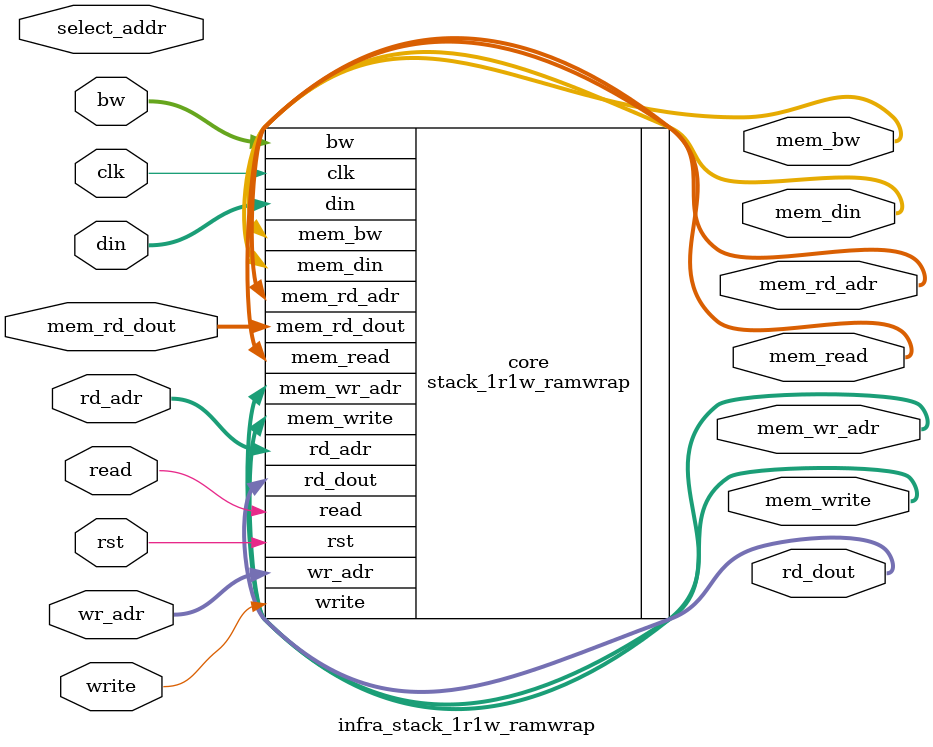
<source format=v>
module infra_stack_1r1w_ramwrap (write, wr_adr, bw, din, read, rd_adr, rd_dout,
	                 mem_write, mem_wr_adr, mem_bw, mem_din, mem_read, mem_rd_adr, mem_rd_dout,
		         clk, rst,
		         select_addr);

  parameter WIDTH = 32;
  parameter ENAPSDO = 1;
  parameter NUMADDR = 1024;
  parameter BITADDR = 10;
  parameter NUMWBNK = 4;
  parameter BITWBNK = 2;
  parameter NUMWROW = 256;
  parameter BITWROW = 8;
  parameter SRAM_DELAY = 2;
  parameter FLOPCMD = 0;
  parameter FLOPMEM = 0;
  parameter FLOPOUT = 0;
  parameter RSTZERO = 0;
  parameter CGFLOPC = 0;
  parameter CGFLOPM = 0;
  parameter CGFLOPO = 0;

  input write;
  input [BITADDR-1:0] wr_adr;
  input [WIDTH-1:0] bw;
  input [WIDTH-1:0] din;

  input read;
  input [BITADDR-1:0] rd_adr;
  output [WIDTH-1:0] rd_dout;

  output [NUMWBNK-1:0] mem_write;
  output [NUMWBNK*BITWROW-1:0] mem_wr_adr;
  output [NUMWBNK*WIDTH-1:0] mem_bw;
  output [NUMWBNK*WIDTH-1:0] mem_din;

  output [NUMWBNK-1:0] mem_read;
  output [NUMWBNK*BITWROW-1:0] mem_rd_adr;
  input [NUMWBNK*WIDTH-1:0] mem_rd_dout;

  input clk;
  input rst;

  input [BITADDR-1:0] select_addr;

  stack_1r1w_ramwrap #(.WIDTH (WIDTH), .ENAPSDO (ENAPSDO), .NUMADDR (NUMADDR), .BITADDR (BITADDR),
               .NUMWBNK (NUMWBNK), .BITWBNK (BITWBNK), .NUMWROW (NUMWROW), .BITWROW (BITWROW),
               .SRAM_DELAY (SRAM_DELAY), .FLOPCMD (FLOPCMD), .FLOPMEM (FLOPMEM), .FLOPOUT (FLOPOUT))
    core (.write (write), .wr_adr (wr_adr), .bw (bw), .din (din),
          .read (read), .rd_adr (rd_adr), .rd_dout (rd_dout), 
          .mem_write (mem_write), .mem_wr_adr (mem_wr_adr), .mem_bw (mem_bw), .mem_din (mem_din),
          .mem_read (mem_read), .mem_rd_adr (mem_rd_adr), .mem_rd_dout (mem_rd_dout),
          .clk (clk), .rst (rst));

`ifdef FORMAL
//synopsys translate_off

assume_select_addr_range: assume property (@(posedge clk) disable iff (rst) (select_addr < NUMADDR));
assume_select_addr_stable: assume property (@(posedge clk) disable iff (rst) $stable(select_addr));

ip_top_sva_stack_1r1w_ramwrap #(
     .WIDTH       (WIDTH),
     .NUMADDR     (NUMADDR),
     .BITADDR     (BITADDR),
     .NUMWBNK     (NUMWBNK),
     .BITWBNK     (BITWBNK),
     .NUMWROW     (NUMWROW),
     .BITWROW     (BITWROW),
     .SRAM_DELAY  (SRAM_DELAY),
     .FLOPCMD     (FLOPCMD),
     .FLOPMEM     (FLOPMEM),
     .FLOPOUT     (FLOPOUT),
     .RSTZERO     (RSTZERO))
ip_top_sva (.*);

ip_top_sva_2_stack_1r1w_ramwrap #(
     .NUMADDR     (NUMADDR),
     .BITADDR     (BITADDR),
     .NUMWROW     (NUMWROW),
     .BITWROW     (BITWROW),
     .NUMWBNK     (NUMWBNK),
     .BITWBNK     (BITWBNK))
ip_top_sva_2 (.*);
//synopsys translate_on

`elsif SIM_SVA

genvar sva_int;
// generate for (sva_int=0; sva_int<WIDTH; sva_int=sva_int+1) begin
generate for (sva_int=0; sva_int<1; sva_int=sva_int+1) begin: sva_loop
  wire [BITADDR-1:0] help_addr = sva_int;
ip_top_sva_stack_1r1w_ramwrap #(
     .WIDTH       (WIDTH),
     .NUMADDR     (NUMADDR),
     .BITADDR     (BITADDR),
     .NUMWBNK     (NUMWBNK),
     .BITWBNK     (BITWBNK),
     .NUMWROW     (NUMWROW),
     .BITWROW     (BITWROW),
     .SRAM_DELAY  (SRAM_DELAY),
     .FLOPCMD     (FLOPCMD),
     .FLOPMEM     (FLOPMEM),
     .FLOPOUT     (FLOPOUT),
     .RSTZERO     (RSTZERO))
ip_top_sva (.select_addr(help_addr), .*);
end
endgenerate

ip_top_sva_2_stack_1r1w_ramwrap #(
     .NUMADDR     (NUMADDR),
     .BITADDR     (BITADDR),
     .NUMWROW     (NUMWROW),
     .BITWROW     (BITWROW),
     .NUMWBNK     (NUMWBNK),
     .BITWBNK     (BITWBNK))
ip_top_sva_2 (.*);

`endif

endmodule


</source>
